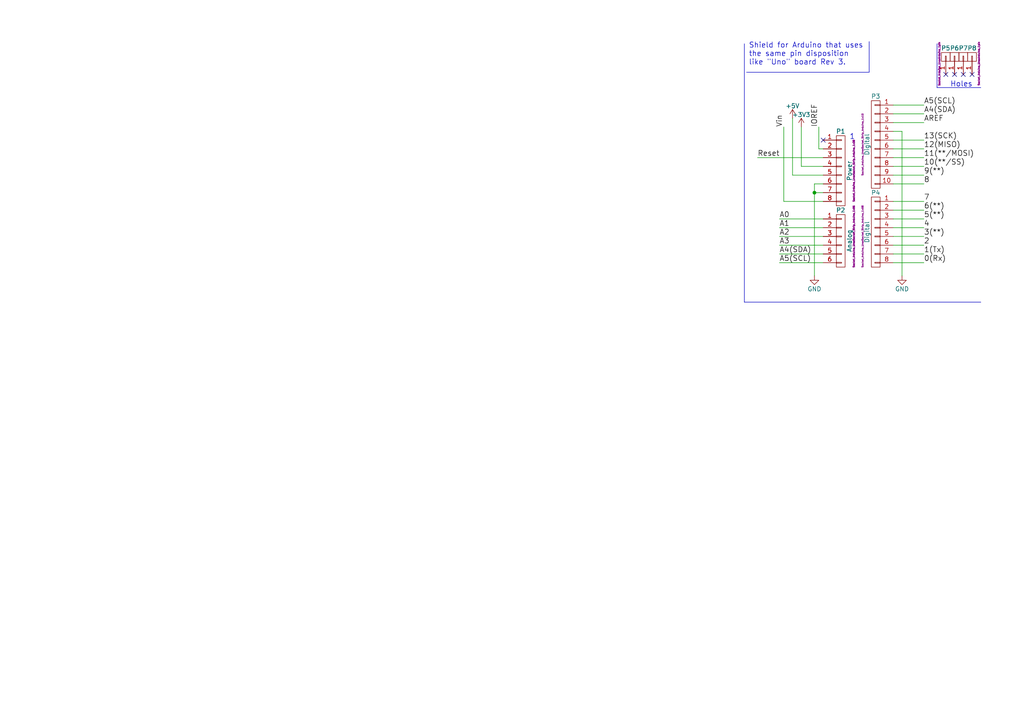
<source format=kicad_sch>
(kicad_sch (version 20230121) (generator eeschema)
  (paper "A4")
  (title_block (date "lun. 30 mars 2015"))
  (lib_symbols
    (symbol "Arduino_As_Uno-rescue:+3.3V" (power) (pin_names (offset 0))
      (property "Value" "+3.3V" (at 0 3.556 0))
      (symbol "+3.3V_0_1"
        (polyline (pts (xy -0.762 1.27) (xy 0 2.54)))
        (polyline (pts (xy 0 0) (xy 0 2.54)))
        (polyline (pts (xy 0 2.54) (xy 0.762 1.27)))
      )
      (symbol "+3.3V_1_1"
        (pin power_in line (at 0 0 90) (length 0) hide (name "+3V3") (number "1"))
      )
    )
    (symbol "Arduino_As_Uno-rescue:+5V" (power) (pin_names (offset 0))
      (property "Value" "+5V" (at 0 3.556 0))
      (symbol "+5V_0_1"
        (polyline (pts (xy -0.762 1.27) (xy 0 2.54)))
        (polyline (pts (xy 0 0) (xy 0 2.54)))
        (polyline (pts (xy 0 2.54) (xy 0.762 1.27)))
      )
      (symbol "+5V_1_1"
        (pin power_in line (at 0 0 90) (length 0) hide (name "+5V") (number "1"))
      )
    )
    (symbol "Arduino_As_Uno-rescue:CONN_01X01" (pin_names (offset 1.016) hide)
      (property "Reference" "P" (at 0 2.54 0))
      (property "Value" "CONN_01X01" (at 2.54 0 90))
      (symbol "CONN_01X01_0_1"
        (rectangle (start -1.27 0.127) (end 0.254 -0.127))
        (rectangle (start -1.27 1.27) (end 1.27 -1.27))
      )
      (symbol "CONN_01X01_1_1"
        (pin passive line (at -5.08 0 0) (length 3.81) (name "P1") (number "1"))
      )
    )
    (symbol "Arduino_As_Uno-rescue:CONN_01X06" (pin_names (offset 1.016) hide)
      (property "Reference" "P" (at 0 8.89 0))
      (property "Value" "CONN_01X06" (at 2.54 0 90))
      (symbol "CONN_01X06_0_1"
        (rectangle (start -1.27 -6.223) (end 0.254 -6.477))
        (rectangle (start -1.27 -3.683) (end 0.254 -3.937))
        (rectangle (start -1.27 -1.143) (end 0.254 -1.397))
        (rectangle (start -1.27 1.397) (end 0.254 1.143))
        (rectangle (start -1.27 3.937) (end 0.254 3.683))
        (rectangle (start -1.27 6.477) (end 0.254 6.223))
        (rectangle (start -1.27 7.62) (end 1.27 -7.62))
      )
      (symbol "CONN_01X06_1_1"
        (pin passive line (at -5.08 6.35 0) (length 3.81) (name "P1") (number "1"))
        (pin passive line (at -5.08 3.81 0) (length 3.81) (name "P2") (number "2"))
        (pin passive line (at -5.08 1.27 0) (length 3.81) (name "P3") (number "3"))
        (pin passive line (at -5.08 -1.27 0) (length 3.81) (name "P4") (number "4"))
        (pin passive line (at -5.08 -3.81 0) (length 3.81) (name "P5") (number "5"))
        (pin passive line (at -5.08 -6.35 0) (length 3.81) (name "P6") (number "6"))
      )
    )
    (symbol "Arduino_As_Uno-rescue:CONN_01X08" (pin_names (offset 1.016) hide)
      (property "Reference" "P" (at 0 11.43 0))
      (property "Value" "CONN_01X08" (at 2.54 0 90))
      (symbol "CONN_01X08_0_1"
        (rectangle (start -1.27 -10.16) (end 1.27 10.16))
        (rectangle (start -1.27 -8.763) (end 0.254 -9.017))
        (rectangle (start -1.27 -6.223) (end 0.254 -6.477))
        (rectangle (start -1.27 -3.683) (end 0.254 -3.937))
        (rectangle (start -1.27 -1.143) (end 0.254 -1.397))
        (rectangle (start -1.27 1.397) (end 0.254 1.143))
        (rectangle (start -1.27 3.937) (end 0.254 3.683))
        (rectangle (start -1.27 6.477) (end 0.254 6.223))
        (rectangle (start -1.27 9.017) (end 0.254 8.763))
      )
      (symbol "CONN_01X08_1_1"
        (pin passive line (at -5.08 8.89 0) (length 3.81) (name "P1") (number "1"))
        (pin passive line (at -5.08 6.35 0) (length 3.81) (name "P2") (number "2"))
        (pin passive line (at -5.08 3.81 0) (length 3.81) (name "P3") (number "3"))
        (pin passive line (at -5.08 1.27 0) (length 3.81) (name "P4") (number "4"))
        (pin passive line (at -5.08 -1.27 0) (length 3.81) (name "P5") (number "5"))
        (pin passive line (at -5.08 -3.81 0) (length 3.81) (name "P6") (number "6"))
        (pin passive line (at -5.08 -6.35 0) (length 3.81) (name "P7") (number "7"))
        (pin passive line (at -5.08 -8.89 0) (length 3.81) (name "P8") (number "8"))
      )
    )
    (symbol "Arduino_As_Uno-rescue:CONN_01X10" (pin_names (offset 1.016) hide)
      (property "Reference" "P" (at 0 13.97 0))
      (property "Value" "CONN_01X10" (at 2.54 0 90))
      (symbol "CONN_01X10_0_1"
        (rectangle (start -1.27 -11.303) (end 0.254 -11.557))
        (rectangle (start -1.27 -8.763) (end 0.254 -9.017))
        (rectangle (start -1.27 -6.223) (end 0.254 -6.477))
        (rectangle (start -1.27 -3.683) (end 0.254 -3.937))
        (rectangle (start -1.27 -1.143) (end 0.254 -1.397))
        (rectangle (start -1.27 1.397) (end 0.254 1.143))
        (rectangle (start -1.27 3.937) (end 0.254 3.683))
        (rectangle (start -1.27 6.477) (end 0.254 6.223))
        (rectangle (start -1.27 9.017) (end 0.254 8.763))
        (rectangle (start -1.27 11.557) (end 0.254 11.303))
        (rectangle (start -1.27 12.7) (end 1.27 -12.7))
      )
      (symbol "CONN_01X10_1_1"
        (pin passive line (at -5.08 11.43 0) (length 3.81) (name "P1") (number "1"))
        (pin passive line (at -5.08 -11.43 0) (length 3.81) (name "P10") (number "10"))
        (pin passive line (at -5.08 8.89 0) (length 3.81) (name "P2") (number "2"))
        (pin passive line (at -5.08 6.35 0) (length 3.81) (name "P3") (number "3"))
        (pin passive line (at -5.08 3.81 0) (length 3.81) (name "P4") (number "4"))
        (pin passive line (at -5.08 1.27 0) (length 3.81) (name "P5") (number "5"))
        (pin passive line (at -5.08 -1.27 0) (length 3.81) (name "P6") (number "6"))
        (pin passive line (at -5.08 -3.81 0) (length 3.81) (name "P7") (number "7"))
        (pin passive line (at -5.08 -6.35 0) (length 3.81) (name "P8") (number "8"))
        (pin passive line (at -5.08 -8.89 0) (length 3.81) (name "P9") (number "9"))
      )
    )
    (symbol "Arduino_As_Uno-rescue:GND" (power) (pin_names (offset 0))
      (property "Value" "GND" (at 0 -3.81 0))
      (symbol "GND_0_1"
        (polyline (pts (xy 0 0) (xy 0 -1.27) (xy 1.27 -1.27) (xy 0 -2.54) (xy -1.27 -1.27) (xy 0 -1.27)))
      )
      (symbol "GND_1_1"
        (pin power_in line (at 0 0 270) (length 0) hide (name "GND") (number "1"))
      )
    )
  )
  (junction (at 236.22 55.88))
  (no_connect (at 279.4 21.59))
  (no_connect (at 276.86 21.59))
  (no_connect (at 274.32 21.59))
  (no_connect (at 238.76 40.64))
  (no_connect (at 281.94 21.59))
  (polyline (pts (xy 252.095 20.955) (xy 252.095 12.065)))
  (wire (pts (xy 237.49 36.83) (xy 237.49 43.18)))
  (wire (pts (xy 238.76 76.2) (xy 226.06 76.2)))
  (wire (pts (xy 227.33 58.42) (xy 227.33 36.83)))
  (wire (pts (xy 238.76 45.72) (xy 219.71 45.72)))
  (wire (pts (xy 259.08 68.58) (xy 267.97 68.58)))
  (wire (pts (xy 238.76 68.58) (xy 226.06 68.58)))
  (wire (pts (xy 259.08 63.5) (xy 267.97 63.5)))
  (wire (pts (xy 259.08 73.66) (xy 267.97 73.66)))
  (wire (pts (xy 238.76 50.8) (xy 229.87 50.8)))
  (polyline (pts (xy 284.48 25.4) (xy 271.78 25.4)))
  (wire (pts (xy 238.76 66.04) (xy 226.06 66.04)))
  (wire (pts (xy 259.08 38.1) (xy 261.62 38.1)))
  (wire (pts (xy 259.08 43.18) (xy 267.97 43.18)))
  (wire (pts (xy 259.08 45.72) (xy 267.97 45.72)))
  (wire (pts (xy 259.08 76.2) (xy 267.97 76.2)))
  (wire (pts (xy 259.08 60.96) (xy 267.97 60.96)))
  (wire (pts (xy 259.08 40.64) (xy 267.97 40.64)))
  (wire (pts (xy 259.08 48.26) (xy 267.97 48.26)))
  (wire (pts (xy 238.76 63.5) (xy 226.06 63.5)))
  (wire (pts (xy 259.08 66.04) (xy 267.97 66.04)))
  (wire (pts (xy 238.76 55.88) (xy 236.22 55.88)))
  (polyline (pts (xy 216.535 20.955) (xy 252.095 20.955)))
  (wire (pts (xy 259.08 58.42) (xy 267.97 58.42)))
  (wire (pts (xy 259.08 53.34) (xy 267.97 53.34)))
  (polyline (pts (xy 215.9 12.7) (xy 215.9 87.63)))
  (wire (pts (xy 232.41 48.26) (xy 232.41 36.83)))
  (wire (pts (xy 236.22 53.34) (xy 236.22 55.88)))
  (wire (pts (xy 261.62 38.1) (xy 261.62 80.01)))
  (wire (pts (xy 259.08 30.48) (xy 267.97 30.48)))
  (polyline (pts (xy 271.78 25.4) (xy 271.78 12.7)))
  (wire (pts (xy 237.49 43.18) (xy 238.76 43.18)))
  (wire (pts (xy 236.22 55.88) (xy 236.22 80.01)))
  (wire (pts (xy 238.76 53.34) (xy 236.22 53.34)))
  (wire (pts (xy 238.76 48.26) (xy 232.41 48.26)))
  (wire (pts (xy 259.08 71.12) (xy 267.97 71.12)))
  (wire (pts (xy 229.87 50.8) (xy 229.87 34.29)))
  (wire (pts (xy 259.08 35.56) (xy 267.97 35.56)))
  (wire (pts (xy 238.76 71.12) (xy 226.06 71.12)))
  (wire (pts (xy 259.08 33.02) (xy 267.97 33.02)))
  (polyline (pts (xy 215.9 87.63) (xy 284.48 87.63)))
  (wire (pts (xy 259.08 50.8) (xy 267.97 50.8)))
  (wire (pts (xy 238.76 73.66) (xy 226.06 73.66)))
  (wire (pts (xy 238.76 58.42) (xy 227.33 58.42)))
  (text "1" (at 246.38 40.64 0) (effects (font (size 1.524 1.524)) (justify left bottom)))
  (text "Holes" (at 275.59 25.4 0) (effects (font (size 1.524 1.524)) (justify left bottom)))
  (text "Shield for Arduino that uses\nthe same pin disposition\nlike \"Uno\" board Rev 3." (at 217.17 19.05 0) (effects (font (size 1.524 1.524)) (justify left bottom)))
  (label "10(**/SS)" (at 267.97 48.26 0) (effects (font (size 1.524 1.524))))
  (label "2" (at 267.97 71.12 0) (effects (font (size 1.524 1.524))))
  (label "0(Rx)" (at 267.97 76.2 0) (effects (font (size 1.524 1.524))))
  (label "4" (at 267.97 66.04 0) (effects (font (size 1.524 1.524))))
  (label "A2" (at 226.06 68.58 0) (effects (font (size 1.524 1.524))))
  (label "A5(SCL)" (at 226.06 76.2 0) (effects (font (size 1.524 1.524))))
  (label "A4(SDA)" (at 267.97 33.02 0) (effects (font (size 1.524 1.524))))
  (label "A1" (at 226.06 66.04 0) (effects (font (size 1.524 1.524))))
  (label "A0" (at 226.06 63.5 0) (effects (font (size 1.524 1.524))))
  (label "11(**/MOSI)" (at 267.97 45.72 0) (effects (font (size 1.524 1.524))))
  (label "Reset" (at 219.71 45.72 0) (effects (font (size 1.524 1.524))))
  (label "Vin" (at 227.33 36.83 90) (effects (font (size 1.524 1.524))))
  (label "A3" (at 226.06 71.12 0) (effects (font (size 1.524 1.524))))
  (label "3(**)" (at 267.97 68.58 0) (effects (font (size 1.524 1.524))))
  (label "IOREF" (at 237.49 36.83 90) (effects (font (size 1.524 1.524))))
  (label "9(**)" (at 267.97 50.8 0) (effects (font (size 1.524 1.524))))
  (label "8" (at 267.97 53.34 0) (effects (font (size 1.524 1.524))))
  (label "12(MISO)" (at 267.97 43.18 0) (effects (font (size 1.524 1.524))))
  (label "5(**)" (at 267.97 63.5 0) (effects (font (size 1.524 1.524))))
  (label "6(**)" (at 267.97 60.96 0) (effects (font (size 1.524 1.524))))
  (label "A4(SDA)" (at 226.06 73.66 0) (effects (font (size 1.524 1.524))))
  (label "A5(SCL)" (at 267.97 30.48 0) (effects (font (size 1.524 1.524))))
  (label "1(Tx)" (at 267.97 73.66 0) (effects (font (size 1.524 1.524))))
  (label "13(SCK)" (at 267.97 40.64 0) (effects (font (size 1.524 1.524))))
  (label "7" (at 267.97 58.42 0) (effects (font (size 1.524 1.524))))
  (label "AREF" (at 267.97 35.56 0) (effects (font (size 1.524 1.524))))
  (symbol (lib_id "Arduino_As_Uno-rescue:CONN_01X08") (at 243.84 49.53 0) (unit 1)
    (property "Reference" "P1" (at 243.84 38.1 0))
    (property "Value" "Power" (at 246.38 49.53 90))
    (property "Footprint" "Socket_Arduino_Uno:Socket_Strip_Arduino_1x08" (at 247.65 49.53 90) (effects (font (size 0.508 0.508))))
  )
  (symbol (lib_id "Arduino_As_Uno-rescue:+3.3V") (at 232.41 36.83 0) (unit 1)
    (property "Reference" "#PWR01" (effects hide))
    (property "Value" "+3.3V" (at 232.41 33.274 0))
  )
  (symbol (lib_id "Arduino_As_Uno-rescue:+5V") (at 229.87 34.29 0) (unit 1)
    (property "Reference" "#PWR02" (effects hide))
    (property "Value" "+5V" (at 229.87 30.734 0))
  )
  (symbol (lib_id "Arduino_As_Uno-rescue:GND") (at 236.22 80.01 0) (unit 1)
    (property "Reference" "#PWR03" (effects hide))
    (property "Value" "GND" (at 236.22 83.82 0))
  )
  (symbol (lib_id "Arduino_As_Uno-rescue:GND") (at 261.62 80.01 0) (unit 1)
    (property "Reference" "#PWR04" (effects hide))
    (property "Value" "GND" (at 261.62 83.82 0))
  )
  (symbol (lib_id "Arduino_As_Uno-rescue:CONN_01X06") (at 243.84 69.85 0) (unit 1)
    (property "Reference" "P2" (at 243.84 60.96 0))
    (property "Value" "Analog" (at 246.38 69.85 90))
    (property "Footprint" "Socket_Arduino_Uno:Socket_Strip_Arduino_1x06" (at 247.65 68.58 90) (effects (font (size 0.508 0.508))))
  )
  (symbol (lib_id "Arduino_As_Uno-rescue:CONN_01X01") (at 274.32 16.51 90) (unit 1)
    (property "Reference" "P5" (at 274.32 13.97 90))
    (property "Value" "CONN_01X01" (effects hide))
    (property "Footprint" "Socket_Arduino_Uno:Arduino_1pin" (at 272.4404 18.5166 0) (effects (font (size 0.508 0.508))))
  )
  (symbol (lib_id "Arduino_As_Uno-rescue:CONN_01X01") (at 276.86 16.51 90) (unit 1)
    (property "Reference" "P6" (at 276.86 13.97 90))
    (property "Value" "CONN_01X01" (effects hide))
    (property "Footprint" "Socket_Arduino_Uno:Arduino_1pin" (effects hide))
  )
  (symbol (lib_id "Arduino_As_Uno-rescue:CONN_01X01") (at 279.4 16.51 90) (unit 1)
    (property "Reference" "P7" (at 279.4 13.97 90))
    (property "Value" "CONN_01X01" (effects hide))
    (property "Footprint" "Socket_Arduino_Uno:Arduino_1pin" (effects hide))
  )
  (symbol (lib_id "Arduino_As_Uno-rescue:CONN_01X01") (at 281.94 16.51 90) (unit 1)
    (property "Reference" "P8" (at 281.94 13.97 90))
    (property "Value" "CONN_01X01" (effects hide))
    (property "Footprint" "Socket_Arduino_Uno:Arduino_1pin" (at 283.9212 18.4404 0) (effects (font (size 0.508 0.508))))
  )
  (symbol (lib_id "Arduino_As_Uno-rescue:CONN_01X08") (at 254 67.31 0) (mirror y) (unit 1)
    (property "Reference" "P4" (at 254 55.88 0))
    (property "Value" "Digital" (at 251.46 67.31 90))
    (property "Footprint" "Socket_Arduino_Uno:Socket_Strip_Arduino_1x08" (at 250.19 68.58 90) (effects (font (size 0.508 0.508))))
  )
  (symbol (lib_id "Arduino_As_Uno-rescue:CONN_01X10") (at 254 41.91 0) (mirror y) (unit 1)
    (property "Reference" "P3" (at 254 27.94 0))
    (property "Value" "Digital" (at 251.46 41.91 90))
    (property "Footprint" "Socket_Arduino_Uno:Socket_Strip_Arduino_1x10" (at 250.19 41.91 90) (effects (font (size 0.508 0.508))))
  )
)
</source>
